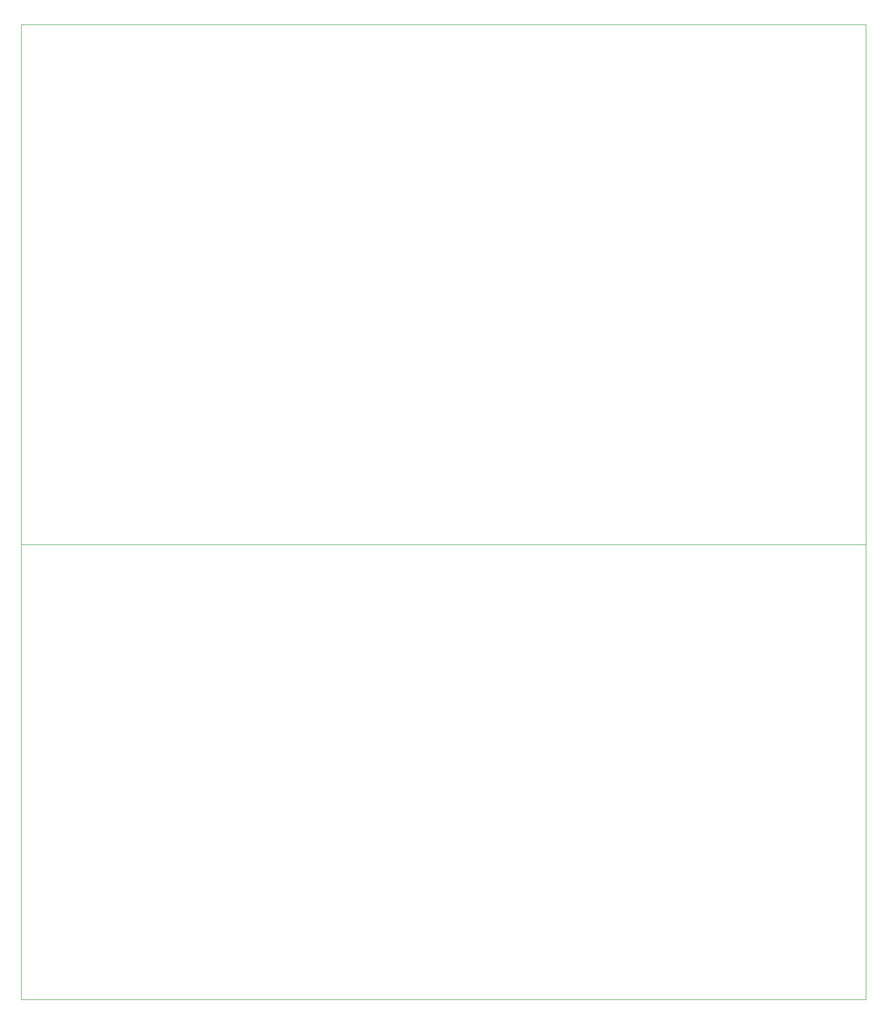
<source format=gm1>
G04 #@! TF.GenerationSoftware,KiCad,Pcbnew,5.1.7-a382d34a8~88~ubuntu18.04.1*
G04 #@! TF.CreationDate,2021-06-01T18:59:40+03:00*
G04 #@! TF.ProjectId,amplifier,616d706c-6966-4696-9572-2e6b69636164,rev?*
G04 #@! TF.SameCoordinates,Original*
G04 #@! TF.FileFunction,Profile,NP*
%FSLAX46Y46*%
G04 Gerber Fmt 4.6, Leading zero omitted, Abs format (unit mm)*
G04 Created by KiCad (PCBNEW 5.1.7-a382d34a8~88~ubuntu18.04.1) date 2021-06-01 18:59:40*
%MOMM*%
%LPD*%
G01*
G04 APERTURE LIST*
G04 #@! TA.AperFunction,Profile*
%ADD10C,0.050000*%
G04 #@! TD*
G04 APERTURE END LIST*
D10*
X23114000Y-110490000D02*
X171704000Y-110490000D01*
X23114000Y-19050000D02*
X171704000Y-19050000D01*
X23114000Y-190500000D02*
X23114000Y-19050000D01*
X171704000Y-190500000D02*
X23114000Y-190500000D01*
X171704000Y-19050000D02*
X171704000Y-190500000D01*
M02*

</source>
